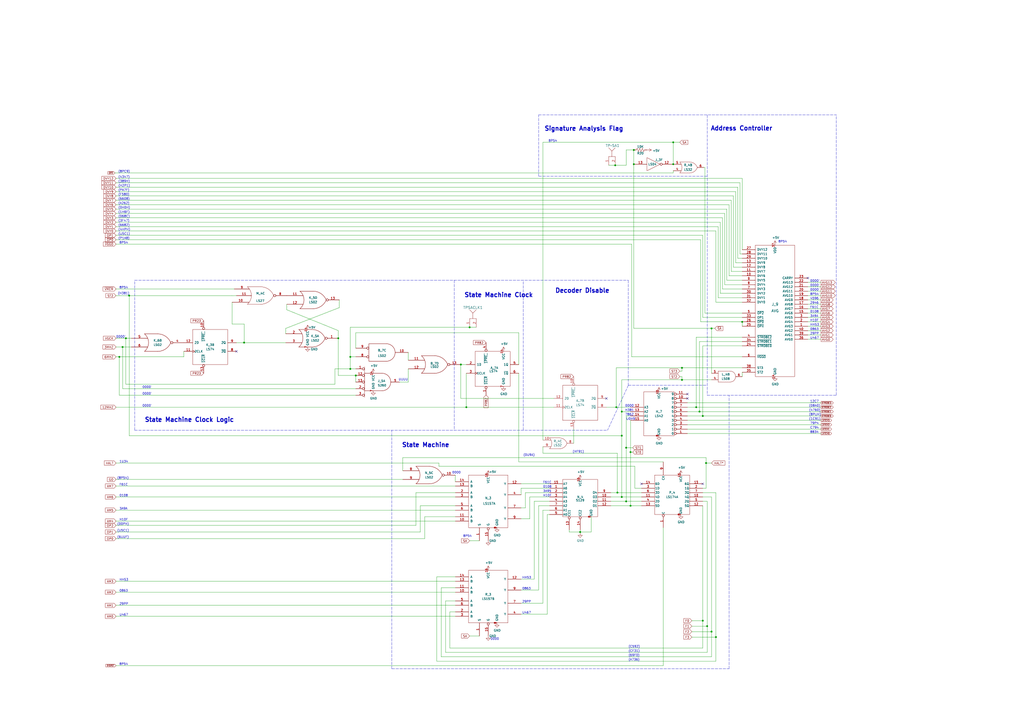
<source format=kicad_sch>
(kicad_sch (version 20211123) (generator eeschema)
  (paper "A2")
  (junction (at 270.51 236.22))
  (junction (at 360.68 252.73))
  (junction (at 367.665 95.25))
  (junction (at 363.22 290.83))
  (junction (at 360.68 238.76))
  (junction (at 415.29 369.57))
  (junction (at 409.575 268.605))
  (junction (at 69.215 207.01))
  (junction (at 360.68 288.29))
  (junction (at 336.55 308.61))
  (junction (at 395.605 220.345))
  (junction (at 407.67 241.3))
  (junction (at 412.75 366.395))
  (junction (at 357.505 236.22))
  (junction (at 403.86 236.22))
  (junction (at 356.87 95.885))
  (junction (at 412.75 190.5))
  (junction (at 141.605 198.755))
  (junction (at 390.525 82.55))
  (junction (at 196.215 196.215))
  (junction (at 365.76 293.37))
  (junction (at 365.76 262.255))
  (junction (at 206.375 217.805))
  (junction (at 74.93 171.4754))
  (junction (at 407.67 360.045))
  (junction (at 405.765 238.76))
  (junction (at 363.22 259.715))
  (junction (at 395.605 213.36))
  (junction (at 203.2 213.995))
  (junction (at 358.14 285.75))
  (junction (at 390.525 95.25))
  (junction (at 367.665 86.995))
  (junction (at 203.2 207.01))
  (junction (at 410.21 363.22))
  (junction (at 73.025 196.215))
  (junction (at 267.335 211.455))
  (junction (at 430.53 186.69))
  (junction (at 71.12 201.295))
  (junction (at 272.415 189.865))
  (no_connect (at 398.78 231.14))
  (no_connect (at 407.67 280.67))
  (no_connect (at 351.79 231.14))
  (no_connect (at 137.16 203.835))
  (no_connect (at 398.78 228.6))
  (no_connect (at 468.63 161.29))
  (no_connect (at 372.11 280.67))
  (wire (pts (xy 318.77 298.45) (xy 317.5 298.45)))
  (polyline (pts (xy 227.33 387.985) (xy 227.33 249.555)))
  (wire (pts (xy 412.75 366.395) (xy 412.75 381)))
  (wire (pts (xy 403.86 236.22) (xy 403.86 195.58)))
  (wire (pts (xy 407.67 375.92) (xy 260.985 375.92)))
  (wire (pts (xy 414.655 190.5) (xy 412.75 190.5)))
  (wire (pts (xy 74.93 171.4754) (xy 74.93 252.73)))
  (wire (pts (xy 363.22 86.995) (xy 367.665 86.995)))
  (wire (pts (xy 468.63 196.85) (xy 476.25 196.85)))
  (polyline (pts (xy 312.42 66.675) (xy 485.14 66.675)))
  (wire (pts (xy 363.22 241.3) (xy 363.22 259.715)))
  (wire (pts (xy 412.75 268.605) (xy 409.575 268.605)))
  (wire (pts (xy 426.72 111.125) (xy 426.72 152.4)))
  (wire (pts (xy 67.31 126.365) (xy 419.1 126.365)))
  (wire (pts (xy 410.21 378.46) (xy 258.445 378.46)))
  (wire (pts (xy 307.34 300.99) (xy 302.26 300.99)))
  (wire (pts (xy 358.14 285.75) (xy 354.33 285.75)))
  (polyline (pts (xy 312.42 102.235) (xy 312.42 66.675)))
  (wire (pts (xy 405.765 238.76) (xy 476.25 238.76)))
  (wire (pts (xy 314.96 295.91) (xy 314.96 349.885)))
  (wire (pts (xy 196.215 191.77) (xy 166.37 179.705)))
  (wire (pts (xy 236.855 204.47) (xy 236.855 208.915)))
  (wire (pts (xy 196.85 173.99) (xy 196.85 178.435)))
  (wire (pts (xy 67.31 123.825) (xy 420.37 123.825)))
  (wire (pts (xy 67.31 108.585) (xy 427.99 108.585)))
  (wire (pts (xy 312.42 293.37) (xy 312.42 342.265)))
  (wire (pts (xy 419.1 167.64) (xy 430.53 167.64)))
  (wire (pts (xy 354.33 288.29) (xy 360.68 288.29)))
  (wire (pts (xy 430.53 200.66) (xy 407.67 200.66)))
  (wire (pts (xy 401.32 363.22) (xy 410.21 363.22)))
  (wire (pts (xy 236.855 213.995) (xy 236.855 221.615)))
  (wire (pts (xy 196.215 191.77) (xy 196.215 196.215)))
  (wire (pts (xy 314.96 82.55) (xy 314.96 255.27)))
  (wire (pts (xy 358.14 262.89) (xy 358.14 285.75)))
  (wire (pts (xy 304.8 285.75) (xy 304.8 294.64)))
  (wire (pts (xy 317.5 298.45) (xy 317.5 356.235)))
  (wire (pts (xy 407.67 288.29) (xy 412.75 288.29)))
  (wire (pts (xy 398.78 236.22) (xy 403.86 236.22)))
  (wire (pts (xy 412.75 381) (xy 255.905 381)))
  (wire (pts (xy 476.25 179.07) (xy 468.63 179.07)))
  (wire (pts (xy 255.905 381) (xy 255.905 340.995)))
  (wire (pts (xy 468.63 166.37) (xy 476.25 166.37)))
  (wire (pts (xy 365.76 243.84) (xy 365.76 262.255)))
  (wire (pts (xy 360.68 252.73) (xy 360.68 288.29)))
  (wire (pts (xy 76.2 201.295) (xy 71.12 201.295)))
  (wire (pts (xy 363.22 290.83) (xy 354.33 290.83)))
  (wire (pts (xy 407.67 283.21) (xy 409.575 283.21)))
  (wire (pts (xy 67.31 121.285) (xy 421.64 121.285)))
  (wire (pts (xy 372.11 290.83) (xy 363.22 290.83)))
  (wire (pts (xy 314.96 349.885) (xy 302.26 349.885)))
  (wire (pts (xy 67.31 103.505) (xy 430.53 103.505)))
  (wire (pts (xy 196.215 217.805) (xy 206.375 217.805)))
  (wire (pts (xy 141.605 198.755) (xy 165.735 198.755)))
  (wire (pts (xy 206.375 207.01) (xy 203.2 207.01)))
  (wire (pts (xy 468.63 171.45) (xy 476.25 171.45)))
  (wire (pts (xy 416.56 131.445) (xy 416.56 172.72)))
  (wire (pts (xy 401.32 369.57) (xy 415.29 369.57)))
  (wire (pts (xy 300.99 211.455) (xy 300.99 193.04)))
  (wire (pts (xy 354.33 293.37) (xy 365.76 293.37)))
  (wire (pts (xy 246.38 299.72) (xy 264.16 299.72)))
  (wire (pts (xy 403.86 236.22) (xy 476.25 236.22)))
  (wire (pts (xy 372.11 283.21) (xy 368.3 283.21)))
  (wire (pts (xy 415.29 383.54) (xy 253.365 383.54)))
  (wire (pts (xy 309.88 290.83) (xy 309.88 335.915)))
  (wire (pts (xy 67.31 116.205) (xy 424.18 116.205)))
  (wire (pts (xy 365.76 293.37) (xy 372.11 293.37)))
  (wire (pts (xy 407.67 200.66) (xy 407.67 241.3)))
  (wire (pts (xy 394.335 82.55) (xy 390.525 82.55)))
  (wire (pts (xy 426.72 152.4) (xy 430.53 152.4)))
  (wire (pts (xy 67.31 386.08) (xy 384.81 386.08)))
  (wire (pts (xy 390.525 82.55) (xy 314.96 82.55)))
  (wire (pts (xy 476.25 163.83) (xy 468.63 163.83)))
  (wire (pts (xy 429.26 147.32) (xy 430.53 147.32)))
  (wire (pts (xy 330.2 308.61) (xy 330.2 307.34)))
  (wire (pts (xy 420.37 123.825) (xy 420.37 165.1)))
  (wire (pts (xy 357.505 213.36) (xy 357.505 236.22)))
  (wire (pts (xy 69.215 229.235) (xy 206.375 229.235)))
  (wire (pts (xy 67.31 136.525) (xy 407.67 136.525)))
  (wire (pts (xy 137.16 198.755) (xy 141.605 198.755)))
  (wire (pts (xy 412.75 190.5) (xy 412.75 216.535)))
  (wire (pts (xy 264.16 343.535) (xy 67.31 343.535)))
  (wire (pts (xy 384.81 267.97) (xy 300.99 267.97)))
  (wire (pts (xy 427.99 108.585) (xy 427.99 149.86)))
  (wire (pts (xy 194.31 222.885) (xy 194.31 213.995)))
  (wire (pts (xy 67.31 133.985) (xy 415.29 133.985)))
  (wire (pts (xy 246.38 312.42) (xy 246.38 299.72)))
  (wire (pts (xy 307.34 288.29) (xy 307.34 300.99)))
  (wire (pts (xy 425.45 113.665) (xy 425.45 154.94)))
  (wire (pts (xy 407.67 184.15) (xy 430.53 184.15)))
  (wire (pts (xy 317.5 356.235) (xy 302.26 356.235)))
  (wire (pts (xy 165.735 190.5) (xy 165.735 193.675)))
  (wire (pts (xy 407.67 241.3) (xy 476.25 241.3)))
  (wire (pts (xy 67.31 236.22) (xy 270.51 236.22)))
  (wire (pts (xy 408.305 97.155) (xy 408.94 97.155)))
  (wire (pts (xy 264.16 295.91) (xy 67.31 295.91)))
  (wire (pts (xy 409.575 283.21) (xy 409.575 268.605)))
  (wire (pts (xy 203.2 207.01) (xy 203.2 189.865)))
  (wire (pts (xy 398.78 233.68) (xy 476.25 233.68)))
  (wire (pts (xy 407.67 360.045) (xy 407.67 375.92)))
  (wire (pts (xy 365.76 241.3) (xy 363.22 241.3)))
  (wire (pts (xy 368.3 283.21) (xy 368.3 270.51)))
  (wire (pts (xy 264.16 351.155) (xy 67.31 351.155)))
  (wire (pts (xy 415.29 285.75) (xy 415.29 369.57)))
  (wire (pts (xy 134.5438 171.4754) (xy 137.16 171.45)))
  (wire (pts (xy 416.56 172.72) (xy 430.53 172.72)))
  (wire (pts (xy 73.025 222.885) (xy 194.31 222.885)))
  (wire (pts (xy 74.93 171.4754) (xy 134.5438 171.4754)))
  (wire (pts (xy 312.42 342.265) (xy 302.26 342.265)))
  (wire (pts (xy 135.89 167.64) (xy 67.31 167.64)))
  (wire (pts (xy 398.78 248.92) (xy 476.25 248.92)))
  (polyline (pts (xy 303.53 249.555) (xy 303.53 162.56)))
  (wire (pts (xy 67.31 111.125) (xy 426.72 111.125)))
  (wire (pts (xy 398.78 246.38) (xy 476.25 246.38)))
  (wire (pts (xy 363.22 259.715) (xy 363.22 290.83)))
  (wire (pts (xy 278.13 313.69) (xy 272.415 313.69)))
  (wire (pts (xy 258.445 378.46) (xy 258.445 348.615)))
  (wire (pts (xy 430.53 213.36) (xy 395.605 213.36)))
  (wire (pts (xy 367.665 95.25) (xy 367.665 190.5)))
  (wire (pts (xy 403.86 195.58) (xy 430.53 195.58)))
  (wire (pts (xy 420.37 165.1) (xy 430.53 165.1)))
  (wire (pts (xy 267.335 211.455) (xy 270.51 211.455)))
  (wire (pts (xy 366.395 141.605) (xy 366.395 207.01)))
  (wire (pts (xy 384.81 386.08) (xy 384.81 306.07)))
  (wire (pts (xy 278.13 368.935) (xy 272.415 368.935)))
  (wire (pts (xy 267.335 211.455) (xy 267.335 231.14)))
  (wire (pts (xy 264.16 337.185) (xy 67.31 337.185)))
  (wire (pts (xy 264.16 302.26) (xy 67.31 302.26)))
  (wire (pts (xy 417.83 128.905) (xy 417.83 170.18)))
  (polyline (pts (xy 410.21 229.235) (xy 485.14 229.235)))
  (wire (pts (xy 69.215 207.01) (xy 106.68 207.01)))
  (wire (pts (xy 73.025 196.215) (xy 76.2 196.215)))
  (wire (pts (xy 304.8 294.64) (xy 302.26 294.64)))
  (wire (pts (xy 243.84 293.37) (xy 264.16 293.37)))
  (wire (pts (xy 264.16 281.94) (xy 67.31 281.94)))
  (wire (pts (xy 406.4 139.065) (xy 67.31 139.065)))
  (wire (pts (xy 71.12 225.425) (xy 71.12 201.295)))
  (wire (pts (xy 194.31 213.995) (xy 203.2 213.995)))
  (wire (pts (xy 353.06 95.885) (xy 356.87 95.885)))
  (wire (pts (xy 407.67 285.75) (xy 415.29 285.75)))
  (polyline (pts (xy 364.49 162.56) (xy 364.49 223.52)))
  (wire (pts (xy 203.2 207.01) (xy 203.2 213.995)))
  (polyline (pts (xy 78.105 249.555) (xy 78.105 162.56)))
  (wire (pts (xy 409.575 268.605) (xy 409.575 265.43)))
  (wire (pts (xy 421.64 162.56) (xy 430.53 162.56)))
  (wire (pts (xy 412.75 220.345) (xy 395.605 220.345)))
  (wire (pts (xy 203.2 189.865) (xy 272.415 189.865)))
  (wire (pts (xy 424.18 157.48) (xy 430.53 157.48)))
  (polyline (pts (xy 364.49 223.52) (xy 410.21 223.52)))
  (wire (pts (xy 241.3 304.8) (xy 67.31 304.8)))
  (wire (pts (xy 254.635 270.51) (xy 254.635 268.605)))
  (wire (pts (xy 360.68 238.76) (xy 365.76 238.76)))
  (wire (pts (xy 407.67 136.525) (xy 407.67 184.15)))
  (wire (pts (xy 468.63 181.61) (xy 476.25 181.61)))
  (wire (pts (xy 357.505 236.22) (xy 365.76 236.22)))
  (wire (pts (xy 422.91 118.745) (xy 422.91 160.02)))
  (wire (pts (xy 264.16 357.505) (xy 67.31 357.505)))
  (wire (pts (xy 368.3 270.51) (xy 254.635 270.51)))
  (wire (pts (xy 67.31 207.01) (xy 69.215 207.01)))
  (polyline (pts (xy 263.525 162.56) (xy 263.525 249.555)))
  (wire (pts (xy 422.91 160.02) (xy 430.53 160.02)))
  (wire (pts (xy 429.26 106.045) (xy 429.26 147.32)))
  (wire (pts (xy 360.68 238.76) (xy 360.68 252.73)))
  (wire (pts (xy 430.53 186.69) (xy 406.4 186.69)))
  (wire (pts (xy 476.25 168.91) (xy 468.63 168.91)))
  (wire (pts (xy 302.26 280.67) (xy 318.77 280.67)))
  (wire (pts (xy 66.675 100.33) (xy 390.525 100.33)))
  (wire (pts (xy 318.77 288.29) (xy 307.34 288.29)))
  (wire (pts (xy 336.55 308.61) (xy 336.55 307.34)))
  (wire (pts (xy 476.25 184.15) (xy 468.63 184.15)))
  (wire (pts (xy 427.99 149.86) (xy 430.53 149.86)))
  (wire (pts (xy 67.2338 171.4754) (xy 74.93 171.4754)))
  (wire (pts (xy 367.665 86.995) (xy 367.665 95.25)))
  (wire (pts (xy 233.68 265.43) (xy 233.68 273.05)))
  (wire (pts (xy 254.635 268.605) (xy 67.31 268.605)))
  (wire (pts (xy 166.37 179.705) (xy 166.37 176.53)))
  (wire (pts (xy 351.79 236.22) (xy 357.505 236.22)))
  (wire (pts (xy 367.03 259.715) (xy 363.22 259.715)))
  (wire (pts (xy 342.9 308.61) (xy 336.55 308.61)))
  (wire (pts (xy 366.395 207.01) (xy 430.53 207.01)))
  (wire (pts (xy 69.215 229.235) (xy 69.215 207.01)))
  (wire (pts (xy 468.63 176.53) (xy 476.25 176.53)))
  (wire (pts (xy 365.76 262.255) (xy 365.76 293.37)))
  (wire (pts (xy 196.215 196.215) (xy 196.215 217.805)))
  (wire (pts (xy 398.78 251.46) (xy 476.25 251.46)))
  (wire (pts (xy 424.18 116.205) (xy 424.18 157.48)))
  (wire (pts (xy 67.31 196.215) (xy 73.025 196.215)))
  (wire (pts (xy 430.53 198.12) (xy 405.765 198.12)))
  (wire (pts (xy 395.605 215.265) (xy 395.605 213.36)))
  (wire (pts (xy 398.78 241.3) (xy 407.67 241.3)))
  (wire (pts (xy 241.3 285.75) (xy 264.16 285.75)))
  (wire (pts (xy 318.77 285.75) (xy 304.8 285.75)))
  (wire (pts (xy 67.31 128.905) (xy 417.83 128.905)))
  (wire (pts (xy 367.665 190.5) (xy 412.75 190.5)))
  (wire (pts (xy 342.9 299.72) (xy 342.9 308.61)))
  (wire (pts (xy 407.67 293.37) (xy 407.67 360.045)))
  (wire (pts (xy 394.335 218.44) (xy 395.605 218.44)))
  (wire (pts (xy 67.31 131.445) (xy 416.56 131.445)))
  (wire (pts (xy 410.21 363.22) (xy 410.21 378.46)))
  (wire (pts (xy 255.905 340.995) (xy 264.16 340.995)))
  (polyline (pts (xy 78.105 249.555) (xy 352.425 249.555)))
  (polyline (pts (xy 485.14 229.235) (xy 485.14 66.675)))
  (wire (pts (xy 134.62 175.26) (xy 134.6155 187.9583)))
  (wire (pts (xy 401.32 366.395) (xy 412.75 366.395)))
  (wire (pts (xy 233.68 278.13) (xy 67.31 278.13)))
  (wire (pts (xy 67.31 118.745) (xy 422.91 118.745)))
  (polyline (pts (xy 410.21 66.675) (xy 410.21 229.235)))
  (wire (pts (xy 332.74 257.175) (xy 332.74 248.92)))
  (wire (pts (xy 236.855 221.615) (xy 231.775 221.615)))
  (polyline (pts (xy 410.21 102.235) (xy 312.42 102.235)))
  (wire (pts (xy 468.63 186.69) (xy 476.25 186.69)))
  (wire (pts (xy 314.96 259.08) (xy 314.96 262.89)))
  (wire (pts (xy 272.415 189.865) (xy 276.225 189.865)))
  (wire (pts (xy 363.22 95.885) (xy 363.22 86.995)))
  (wire (pts (xy 365.76 262.255) (xy 367.03 262.255)))
  (wire (pts (xy 390.525 82.55) (xy 390.525 95.25)))
  (wire (pts (xy 260.985 375.92) (xy 260.985 354.965)))
  (wire (pts (xy 410.21 290.83) (xy 410.21 363.22)))
  (wire (pts (xy 270.51 236.22) (xy 321.31 236.22)))
  (polyline (pts (xy 227.33 387.985) (xy 422.91 387.985)))
  (wire (pts (xy 430.53 215.9) (xy 430.53 218.44)))
  (wire (pts (xy 395.605 213.36) (xy 357.505 213.36)))
  (polyline (pts (xy 364.49 223.52) (xy 352.425 249.555)))
  (wire (pts (xy 206.375 221.615) (xy 206.375 217.805)))
  (wire (pts (xy 106.68 207.01) (xy 106.68 203.835)))
  (wire (pts (xy 67.31 106.045) (xy 429.26 106.045)))
  (wire (pts (xy 430.53 103.505) (xy 430.53 144.78)))
  (wire (pts (xy 398.78 243.84) (xy 476.25 243.84)))
  (wire (pts (xy 71.12 225.425) (xy 206.375 225.425)))
  (wire (pts (xy 141.605 187.96) (xy 141.605 198.755)))
  (wire (pts (xy 336.55 309.245) (xy 336.55 308.61)))
  (wire (pts (xy 318.77 283.21) (xy 302.26 283.21)))
  (wire (pts (xy 270.51 236.22) (xy 270.51 216.535)))
  (wire (pts (xy 425.45 154.94) (xy 430.53 154.94)))
  (polyline (pts (xy 78.105 162.56) (xy 364.49 162.56)))
  (polyline (pts (xy 422.91 387.985) (xy 422.91 229.235)))
  (wire (pts (xy 415.29 369.57) (xy 415.29 383.54)))
  (wire (pts (xy 260.985 354.965) (xy 264.16 354.965)))
  (wire (pts (xy 476.25 194.31) (xy 468.63 194.31)))
  (wire (pts (xy 421.64 121.285) (xy 421.64 162.56)))
  (wire (pts (xy 253.365 383.54) (xy 253.365 334.645)))
  (wire (pts (xy 415.29 133.985) (xy 415.29 175.26)))
  (wire (pts (xy 408.94 97.155) (xy 408.94 181.61)))
  (wire (pts (xy 407.67 290.83) (xy 410.21 290.83)))
  (wire (pts (xy 258.445 348.615) (xy 264.16 348.615)))
  (wire (pts (xy 73.025 196.215) (xy 73.025 222.885)))
  (wire (pts (xy 398.78 238.76) (xy 405.765 238.76)))
  (wire (pts (xy 415.29 175.26) (xy 430.53 175.26)))
  (wire (pts (xy 318.77 293.37) (xy 312.42 293.37)))
  (wire (pts (xy 314.96 262.89) (xy 358.14 262.89)))
  (wire (pts (xy 406.4 186.69) (xy 406.4 139.065)))
  (wire (pts (xy 206.375 193.04) (xy 206.375 201.93)))
  (wire (pts (xy 417.83 170.18) (xy 430.53 170.18)))
  (wire (pts (xy 203.2 213.995) (xy 206.375 213.995)))
  (wire (pts (xy 243.84 308.61) (xy 243.84 293.37)))
  (wire (pts (xy 360.68 252.73) (xy 74.93 252.73)))
  (wire (pts (xy 395.605 218.44) (xy 395.605 220.345)))
  (wire (pts (xy 196.85 178.435) (xy 165.735 190.5)))
  (wire (pts (xy 476.25 189.23) (xy 468.63 189.23)))
  (wire (pts (xy 300.99 193.04) (xy 206.375 193.04)))
  (wire (pts (xy 264.16 288.29) (xy 67.31 288.29)))
  (wire (pts (xy 71.12 201.295) (xy 67.31 201.295)))
  (wire (pts (xy 360.68 220.345) (xy 360.68 238.76)))
  (wire (pts (xy 390.525 100.33) (xy 390.525 99.06)))
  (wire (pts (xy 408.94 181.61) (xy 430.53 181.61)))
  (wire (pts (xy 336.55 308.61) (xy 330.2 308.61)))
  (wire (pts (xy 134.6155 187.9583) (xy 141.605 187.96)))
  (wire (pts (xy 67.31 141.605) (xy 366.395 141.605)))
  (wire (pts (xy 412.75 288.29) (xy 412.75 366.395)))
  (wire (pts (xy 401.32 360.045) (xy 407.67 360.045)))
  (wire (pts (xy 253.365 334.645) (xy 264.16 334.645)))
  (wire (pts (xy 430.53 186.69) (xy 430.53 189.23)))
  (wire (pts (xy 409.575 265.43) (xy 233.68 265.43)))
  (wire (pts (xy 318.77 295.91) (xy 314.96 295.91)))
  (wire (pts (xy 67.31 312.42) (xy 246.38 312.42)))
  (wire (pts (xy 241.3 285.75) (xy 241.3 304.8)))
  (wire (pts (xy 264.16 275.59) (xy 264.16 279.4)))
  (wire (pts (xy 356.87 95.885) (xy 363.22 95.885)))
  (wire (pts (xy 267.335 231.14) (xy 321.31 231.14)))
  (wire (pts (xy 309.88 335.915) (xy 302.26 335.915)))
  (wire (pts (xy 67.31 113.665) (xy 425.45 113.665)))
  (wire (pts (xy 476.25 173.99) (xy 468.63 173.99)))
  (wire (pts (xy 67.31 308.61) (xy 243.84 308.61)))
  (wire (pts (xy 468.63 191.77) (xy 476.25 191.77)))
  (wire (pts (xy 360.68 288.29) (xy 372.11 288.29)))
  (wire (pts (xy 394.335 215.265) (xy 395.605 215.265)))
  (wire (pts (xy 405.765 198.12) (xy 405.765 238.76)))
  (wire (pts (xy 302.26 283.21) (xy 302.26 287.02)))
  (wire (pts (xy 300.99 267.97) (xy 300.99 216.535)))
  (wire (pts (xy 419.1 126.365) (xy 419.1 167.64)))
  (wire (pts (xy 318.77 290.83) (xy 309.88 290.83)))
  (wire (pts (xy 372.11 285.75) (xy 358.14 285.75)))
  (wire (pts (xy 395.605 220.345) (xy 360.68 220.345)))
  (text "(08A0)" (at 469.265 236.22 0) (effects (font (size 1.27 1.27)) (justify left bottom)))
  (text "3A95" (at 314.96 285.75 0) (effects (font (size 1.27 1.27)) (justify left bottom)))
  (text "U467" (at 302.895 356.235 0) (effects (font (size 1.27 1.27)) (justify left bottom)))
  (text "0000'" (at 82.55 229.235 0) (effects (font (size 1.27 1.27)) (justify left bottom)))
  (text "HH53" (at 69.215 337.185 0) (effects (font (size 1.27 1.27)) (justify left bottom)))
  (text "0108" (at 69.215 288.29 0) (effects (font (size 1.27 1.27)) (justify left bottom)))
  (text "(0H0H)" (at 68.58 121.285 0) (effects (font (size 1.27 1.27)) (justify left bottom)))
  (text "F61C" (at 69.215 281.94 0) (effects (font (size 1.27 1.27)) (justify left bottom)))
  (text "7862" (at 362.585 241.3 0) (effects (font (size 1.27 1.27)) (justify left bottom)))
  (text "(A262)" (at 68.58 118.745 0) (effects (font (size 1.27 1.27)) (justify left bottom)))
  (text "79P4" (at 469.9 246.38 0) (effects (font (size 1.27 1.27)) (justify left bottom)))
  (text "U467" (at 69.215 357.505 0) (effects (font (size 1.27 1.27)) (justify left bottom)))
  (text "H381" (at 362.585 238.76 0) (effects (font (size 1.27 1.27)) (justify left bottom)))
  (text "(F580)" (at 68.58 113.665 0) (effects (font (size 1.27 1.27)) (justify left bottom)))
  (text "29PP" (at 69.215 351.155 0) (effects (font (size 1.27 1.27)) (justify left bottom)))
  (text "8P54'" (at 469.9 171.45 0) (effects (font (size 1.27 1.27)) (justify left bottom)))
  (text "F61C" (at 314.96 280.67 0) (effects (font (size 1.27 1.27)) (justify left bottom)))
  (text "(8PUH)" (at 469.265 241.3 0) (effects (font (size 1.27 1.27)) (justify left bottom)))
  (text "F61C" (at 469.9 179.07 0) (effects (font (size 1.27 1.27)) (justify left bottom)))
  (text "(389H)" (at 68.58 106.045 0) (effects (font (size 1.27 1.27)) (justify left bottom)))
  (text "8P54" (at 69.215 141.605 0) (effects (font (size 1.27 1.27)) (justify left bottom)))
  (text "(PA7F)" (at 68.58 111.125 0) (effects (font (size 1.27 1.27)) (justify left bottom)))
  (text "Signature Analysis Flag" (at 315.722 76.2 0) (effects (font (size 2.54 2.54) (thickness 0.508) bold) (justify left bottom)))
  (text "(H381)" (at 68.326 171.0436 0) (effects (font (size 1.27 1.27)) (justify left bottom)))
  (text "(H2P1)" (at 68.58 108.585 0) (effects (font (size 1.27 1.27)) (justify left bottom)))
  (text "State Machine Clock Logic" (at 83.82 245.11 0) (effects (font (size 2.54 2.54) (thickness 0.508) bold) (justify left bottom)))
  (text "U0H9" (at 363.22 243.84 0) (effects (font (size 1.27 1.27)) (justify left bottom)))
  (text "Decoder Disable" (at 321.945 170.18 0) (effects (font (size 2.54 2.54) (thickness 0.508) bold) (justify left bottom)))
  (text "HH53" (at 302.895 335.915 0) (effects (font (size 1.27 1.27)) (justify left bottom)))
  (text "H10F" (at 469.9 186.69 0) (effects (font (size 1.27 1.27)) (justify left bottom)))
  (text "(8P54)" (at 67.945 278.13 0) (effects (font (size 1.27 1.27)) (justify left bottom)))
  (text "29PP" (at 302.895 349.885 0) (effects (font (size 1.27 1.27)) (justify left bottom)))
  (text "(068C)" (at 68.58 126.365 0) (effects (font (size 1.27 1.27)) (justify left bottom)))
  (text "0000" (at 284.48 371.475 0) (effects (font (size 1.27 1.27)) (justify left bottom)))
  (text "C794" (at 469.9 248.92 0) (effects (font (size 1.27 1.27)) (justify left bottom)))
  (text "(8PC9)" (at 68.58 100.33 0) (effects (font (size 1.27 1.27)) (justify left bottom)))
  (text "0000'" (at 67.31 196.215 0) (effects (font (size 1.27 1.27)) (justify left bottom)))
  (text "0000'" (at 469.9 166.37 0) (effects (font (size 1.27 1.27)) (justify left bottom)))
  (text "0863" (at 69.215 343.535 0) (effects (font (size 1.27 1.27)) (justify left bottom)))
  (text "0000'" (at 82.55 225.425 0) (effects (font (size 1.27 1.27)) (justify left bottom)))
  (text "1U34" (at 69.215 268.605 0) (effects (font (size 1.27 1.27)) (justify left bottom)))
  (text "Address Controller" (at 412.115 76.073 0) (effects (font (size 2.54 2.54) (thickness 0.508) bold) (justify left bottom)))
  (text "8P54" (at 69.215 167.64 0) (effects (font (size 1.27 1.27)) (justify left bottom)))
  (text "State Machine Clock\n" (at 269.24 172.72 0) (effects (font (size 2.54 2.54) (thickness 0.508) bold) (justify left bottom)))
  (text "3A9A" (at 469.9 184.15 0) (effects (font (size 1.27 1.27)) (justify left bottom)))
  (text "(6682)" (at 68.58 131.445 0) (effects (font (size 1.27 1.27)) (justify left bottom)))
  (text "(1C91)" (at 469.265 243.84 0) (effects (font (size 1.27 1.27)) (justify left bottom)))
  (text "U467" (at 469.9 196.85 0) (effects (font (size 1.27 1.27)) (justify left bottom)))
  (text "4596" (at 469.9 173.99 0) (effects (font (size 1.27 1.27)) (justify left bottom)))
  (text "HH53" (at 469.9 189.23 0) (effects (font (size 1.27 1.27)) (justify left bottom)))
  (text "(U5C1)" (at 68.58 136.525 0) (effects (font (size 1.27 1.27)) (justify left bottom)))
  (text "(HF91)" (at 332.105 262.89 0) (effects (font (size 1.27 1.27)) (justify left bottom)))
  (text "(6608)" (at 68.58 116.205 0) (effects (font (size 1.27 1.27)) (justify left bottom)))
  (text "H10F" (at 69.215 302.26 0) (effects (font (size 1.27 1.27)) (justify left bottom)))
  (text "(A736)" (at 364.49 383.54 0) (effects (font (size 1.27 1.27)) (justify left bottom)))
  (text "0000'" (at 82.55 236.22 0) (effects (font (size 1.27 1.27)) (justify left bottom)))
  (text "0108" (at 314.96 283.21 0) (effects (font (size 1.27 1.27)) (justify left bottom)))
  (text "(CF31)" (at 364.49 378.46 0) (effects (font (size 1.27 1.27)) (justify left bottom)))
  (text "29PP" (at 469.9 194.31 0) (effects (font (size 1.27 1.27)) (justify left bottom)))
  (text "(1H6F)" (at 68.58 123.825 0) (effects (font (size 1.27 1.27)) (justify left bottom)))
  (text "(U5C1)" (at 67.945 308.61 0) (effects (font (size 1.27 1.27)) (justify left bottom)))
  (text "0000'" (at 469.9 163.83 0) (effects (font (size 1.27 1.27)) (justify left bottom)))
  (text "State Machine" (at 233.045 259.715 0) (effects (font (size 2.54 2.54) (thickness 0.508) bold) (justify left bottom)))
  (text "(00PH)" (at 67.945 304.8 0) (effects (font (size 1.27 1.27)) (justify left bottom)))
  (text "0863" (at 302.895 342.265 0) (effects (font (size 1.27 1.27)) (justify left bottom)))
  (text "H10F" (at 314.96 288.29 0) (effects (font (size 1.27 1.27)) (justify left bottom)))
  (text "2946" (at 469.9 176.53 0) (effects (font (size 1.27 1.27)) (justify left bottom)))
  (text "8834" (at 469.9 251.46 0) (effects (font (size 1.27 1.27)) (justify left bottom)))
  (text "(4760)" (at 469.265 238.76 0) (effects (font (size 1.27 1.27)) (justify left bottom)))
  (text "UUUU" (at 231.14 220.98 0) (effects (font (size 1.27 1.27)) (justify left bottom)))
  (text "(69F0)" (at 364.49 381 0) (effects (font (size 1.27 1.27)) (justify left bottom)))
  (text "(3F47)" (at 68.58 128.905 0) (effects (font (size 1.27 1.27)) (justify left bottom)))
  (text "(4HPH)" (at 68.58 133.985 0) (effects (font (size 1.27 1.27)) (justify left bottom)))
  (text "3A9A" (at 69.215 295.91 0) (effects (font (size 1.27 1.27)) (justify left bottom)))
  (text "(C592)" (at 364.49 375.92 0) (effects (font (size 1.27 1.27)) (justify left bottom)))
  (text "0000'" (at 362.585 236.22 0) (effects (font (size 1.27 1.27)) (justify left bottom)))
  (text "8P54" (at 69.215 386.08 0) (effects (font (size 1.27 1.27)) (justify left bottom)))
  (text "(0U9A)" (at 303.53 264.795 0) (effects (font (size 1.27 1.27)) (justify left bottom)))
  (text "0000'" (at 469.9 168.91 0) (effects (font (size 1.27 1.27)) (justify left bottom)))
  (text "8P54" (at 451.485 140.97 0) (effects (font (size 1.27 1.27)) (justify left bottom)))
  (text "0863" (at 469.9 191.77 0) (effects (font (size 1.27 1.27)) (justify left bottom)))
  (text "0000" (at 262.255 274.955 0) (effects (font (size 1.27 1.27)) (justify left bottom)))
  (text "8P54" (at 318.135 82.55 0) (effects (font (size 1.27 1.27)) (justify left bottom)))
  (text "12C7" (at 469.9 233.68 0) (effects (font (size 1.27 1.27)) (justify left bottom)))
  (text "(6UUF)" (at 67.945 312.42 0) (effects (font (size 1.27 1.27)) (justify left bottom)))
  (text "(P1A8)" (at 68.58 139.065 0) (effects (font (size 1.27 1.27)) (justify left bottom)))
  (text "8P54" (at 268.605 311.785 0) (effects (font (size 1.27 1.27)) (justify left bottom)))
  (text "(4347)" (at 68.58 103.505 0) (effects (font (size 1.27 1.27)) (justify left bottom)))
  (text "0108" (at 469.9 181.61 0) (effects (font (size 1.27 1.27)) (justify left bottom)))
  (global_label "DVY4" (shape input) (at 67.31 123.825 180) (property "Intersheet References" "${INTERSHEET_REFS}" (effects hide)))
  (global_label "~{SA}" (shape input) (at 414.655 190.5 0) (property "Intersheet References" "${INTERSHEET_REFS}" (effects hide)))
  (global_label "AM2" (shape input) (at 67.31 343.535 180) (property "Intersheet References" "${INTERSHEET_REFS}" (effects hide)))
  (global_label "OP1" (shape input) (at 67.31 308.61 180) (property "Intersheet References" "${INTERSHEET_REFS}" (effects hide)))
  (global_label "~{LATCH0}" (shape output) (at 476.25 251.46 0) (effects (font (size 0.8382 0.8382))) (property "Intersheet References" "${INTERSHEET_REFS}" (effects hide)))
  (global_label "AVG4" (shape output) (at 476.25 186.69 0) (property "Intersheet References" "${INTERSHEET_REFS}" (effects hide)))
  (global_label "PR82" (shape input) (at 332.74 218.44 180) (property "Intersheet References" "${INTERSHEET_REFS}" (effects hide)))
  (global_label "~{STROBE0}" (shape output) (at 476.25 241.3 0) (effects (font (size 0.8382 0.8382))) (property "Intersheet References" "${INTERSHEET_REFS}" (effects hide)))
  (global_label "DVY5" (shape input) (at 67.31 121.285 180) (property "Intersheet References" "${INTERSHEET_REFS}" (effects hide)))
  (global_label "6MHZ" (shape input) (at 67.31 207.01 180) (property "Intersheet References" "${INTERSHEET_REFS}" (effects hide)))
  (global_label "AVG7" (shape output) (at 476.25 179.07 0) (property "Intersheet References" "${INTERSHEET_REFS}" (effects hide)))
  (global_label "AM3" (shape input) (at 67.31 337.185 180) (property "Intersheet References" "${INTERSHEET_REFS}" (effects hide)))
  (global_label "DVY8" (shape input) (at 67.31 113.665 180) (property "Intersheet References" "${INTERSHEET_REFS}" (effects hide)))
  (global_label "HALT" (shape input) (at 67.31 268.605 180) (property "Intersheet References" "${INTERSHEET_REFS}" (effects hide)))
  (global_label "ST2" (shape input) (at 67.2338 171.4754 180) (property "Intersheet References" "${INTERSHEET_REFS}" (effects hide)))
  (global_label "SA" (shape input) (at 272.415 368.935 180) (property "Intersheet References" "${INTERSHEET_REFS}" (effects hide)))
  (global_label "ST3" (shape input) (at 394.335 215.265 180) (property "Intersheet References" "${INTERSHEET_REFS}" (effects hide)))
  (global_label "DVY2" (shape input) (at 67.31 128.905 180) (property "Intersheet References" "${INTERSHEET_REFS}" (effects hide)))
  (global_label "ST0" (shape input) (at 367.03 262.255 0) (property "Intersheet References" "${INTERSHEET_REFS}" (effects hide)))
  (global_label "~{LATCH3}" (shape output) (at 476.25 243.84 0) (effects (font (size 0.8382 0.8382))) (property "Intersheet References" "${INTERSHEET_REFS}" (effects hide)))
  (global_label "AVG3" (shape output) (at 476.25 189.23 0) (property "Intersheet References" "${INTERSHEET_REFS}" (effects hide)))
  (global_label "DVY3" (shape input) (at 67.31 126.365 180) (property "Intersheet References" "${INTERSHEET_REFS}" (effects hide)))
  (global_label "AVG1" (shape output) (at 476.25 194.31 0) (property "Intersheet References" "${INTERSHEET_REFS}" (effects hide)))
  (global_label "F3" (shape input) (at 401.32 369.57 180) (property "Intersheet References" "${INTERSHEET_REFS}" (effects hide)))
  (global_label "AM0" (shape input) (at 67.31 357.505 180) (property "Intersheet References" "${INTERSHEET_REFS}" (effects hide)))
  (global_label "DVY11" (shape input) (at 67.31 106.045 180) (property "Intersheet References" "${INTERSHEET_REFS}" (effects hide)))
  (global_label "ST2" (shape input) (at 394.335 218.44 180) (property "Intersheet References" "${INTERSHEET_REFS}" (effects hide)))
  (global_label "AVG6" (shape output) (at 476.25 181.61 0) (property "Intersheet References" "${INTERSHEET_REFS}" (effects hide)))
  (global_label "F2" (shape input) (at 401.32 366.395 180) (property "Intersheet References" "${INTERSHEET_REFS}" (effects hide)))
  (global_label "SA" (shape input) (at 272.415 313.69 180) (property "Intersheet References" "${INTERSHEET_REFS}" (effects hide)))
  (global_label "~{DISRST}" (shape input) (at 67.31 386.08 180) (effects (font (size 0.8382 0.8382))) (property "Intersheet References" "${INTERSHEET_REFS}" (effects hide)))
  (global_label "AM1" (shape input) (at 67.31 351.155 180) (property "Intersheet References" "${INTERSHEET_REFS}" (effects hide)))
  (global_label "PR82" (shape input) (at 281.94 198.755 180) (property "Intersheet References" "${INTERSHEET_REFS}" (effects hide)))
  (global_label "~{LATCH1}" (shape output) (at 476.25 248.92 0) (effects (font (size 0.8382 0.8382))) (property "Intersheet References" "${INTERSHEET_REFS}" (effects hide)))
  (global_label "~{STROBE2}" (shape output) (at 476.25 236.22 0) (effects (font (size 0.8382 0.8382))) (property "Intersheet References" "${INTERSHEET_REFS}" (effects hide)))
  (global_label "OP0" (shape input) (at 67.31 312.42 180) (property "Intersheet References" "${INTERSHEET_REFS}" (effects hide)))
  (global_label "DVY1" (shape input) (at 67.31 131.445 180) (property "Intersheet References" "${INTERSHEET_REFS}" (effects hide)))
  (global_label "~{OP2}" (shape input) (at 66.675 100.33 180) (effects (font (size 0.8382 0.8382))) (property "Intersheet References" "${INTERSHEET_REFS}" (effects hide)))
  (global_label "~{LATCH2}" (shape output) (at 476.25 246.38 0) (effects (font (size 0.8382 0.8382))) (property "Intersheet References" "${INTERSHEET_REFS}" (effects hide)))
  (global_label "PR82" (shape input) (at 281.94 229.235 270) (property "Intersheet References" "${INTERSHEET_REFS}" (effects hide)))
  (global_label "DVY0" (shape input) (at 67.31 133.985 180) (property "Intersheet References" "${INTERSHEET_REFS}" (effects hide)))
  (global_label "AVG10" (shape output) (at 476.25 171.45 0) (property "Intersheet References" "${INTERSHEET_REFS}" (effects hide)))
  (global_label "~{OP0}" (shape input) (at 67.31 139.065 180) (property "Intersheet References" "${INTERSHEET_REFS}" (effects hide)))
  (global_label "AM5" (shape input) (at 67.31 295.91 180) (property "Intersheet References" "${INTERSHEET_REFS}" (effects hide)))
  (global_label "AVG13" (shape output) (at 476.25 163.83 0) (property "Intersheet References" "${INTERSHEET_REFS}" (effects hide)))
  (global_label "ST1" (shape input) (at 367.03 259.715 0) (property "Intersheet References" "${INTERSHEET_REFS}" (effects hide)))
  (global_label "AVG8" (shape output) (at 476.25 176.53 0) (property "Intersheet References" "${INTERSHEET_REFS}" (effects hide)))
  (global_label "~{VMEM}" (shape input) (at 67.31 167.64 180) (property "Intersheet References" "${INTERSHEET_REFS}" (effects hide)))
  (global_label "PR23" (shape input) (at 118.11 216.535 180) (property "Intersheet References" "${INTERSHEET_REFS}" (effects hide)))
  (global_label "DVY7" (shape input) (at 67.31 116.205 180) (property "Intersheet References" "${INTERSHEET_REFS}" (effects hide)))
  (global_label "~{STROBE3}" (shape output) (at 476.25 233.68 0) (effects (font (size 0.8382 0.8382))) (property "Intersheet References" "${INTERSHEET_REFS}" (effects hide)))
  (global_label "HALT*" (shape input) (at 412.75 268.605 0) (property "Intersheet References" "${INTERSHEET_REFS}" (effects hide)))
  (global_label "~{STROBE1}" (shape output) (at 476.25 238.76 0) (effects (font (size 0.8382 0.8382))) (property "Intersheet References" "${INTERSHEET_REFS}" (effects hide)))
  (global_label "VGCK" (shape input) (at 67.31 196.215 180) (property "Intersheet References" "${INTERSHEET_REFS}" (effects hide)))
  (global_label "AVG0" (shape output) (at 476.25 196.85 0) (property "Intersheet References" "${INTERSHEET_REFS}" (effects hide)))
  (global_label "DVY12" (shape input) (at 67.31 103.505 180) (property "Intersheet References" "${INTERSHEET_REFS}" (effects hide)))
  (global_label "AVG2" (shape output) (at 476.25 191.77 0) (property "Intersheet References" "${INTERSHEET_REFS}" (effects hide)))
  (global_label "F1" (shape input) (at 401.32 363.22 180) (property "Intersheet References" "${INTERSHEET_REFS}" (effects hide)))
  (global_label "AM6" (shape input) (at 67.31 288.29 180) (property "Intersheet References" "${INTERSHEET_REFS}" (effects hide)))
  (global_label "OP1" (shape input) (at 67.31 136.525 180) (property "Intersheet References" "${INTERSHEET_REFS}" (effects hide)))
  (global_label "AVG9" (shape output) (at 476.25 173.99 0) (property "Intersheet References" "${INTERSHEET_REFS}" (effects hide)))
  (global_label "AVG5" (shape output) (at 476.25 184.15 0) (property "Intersheet References" "${INTERSHEET_REFS}" (effects hide)))
  (global_label "AM7" (shape input) (at 67.31 281.94 180) (property "Intersheet References" "${INTERSHEET_REFS}" (effects hide)))
  (global_label "12MHZ" (shape input) (at 67.31 236.22 180) (property "Intersheet References" "${INTERSHEET_REFS}" (effects hide)))
  (global_label "AVG12" (shape output) (at 476.25 166.37 0) (property "Intersheet References" "${INTERSHEET_REFS}" (effects hide)))
  (global_label "AM4" (shape input) (at 67.31 302.26 180) (property "Intersheet References" "${INTERSHEET_REFS}" (effects hide)))
  (global_label "3MHZ" (shape input) (at 67.31 201.295 180) (property "Intersheet References" "${INTERSHEET_REFS}" (effects hide)))
  (global_label "~{VGGO}" (shape input) (at 67.31 141.605 180) (property "Intersheet References" "${INTERSHEET_REFS}" (effects hide)))
  (global_label "AVG11" (shape output) (at 476.25 168.91 0) (property "Intersheet References" "${INTERSHEET_REFS}" (effects hide)))
  (global_label "DVY6" (shape input) (at 67.31 118.745 180) (property "Intersheet References" "${INTERSHEET_REFS}" (effects hide)))
  (global_label "DVY9" (shape input) (at 67.31 111.125 180) (property "Intersheet References" "${INTERSHEET_REFS}" (effects hide)))
  (global_label "F0" (shape input) (at 401.32 360.045 180) (property "Intersheet References" "${INTERSHEET_REFS}" (effects hide)))
  (global_label "PR23" (shape input) (at 118.11 186.055 180) (property "Intersheet References" "${INTERSHEET_REFS}" (effects hide)))
  (global_label "OP2" (shape input) (at 67.31 304.8 180) (property "Intersheet References" "${INTERSHEET_REFS}" (effects hide)))
  (global_label "GO" (shape input) (at 67.31 278.13 180) (property "Intersheet References" "${INTERSHEET_REFS}" (effects hide)))
  (global_label "DVY10" (shape input) (at 67.31 108.585 180) (property "Intersheet References" "${INTERSHEET_REFS}" (effects hide)))
  (global_label "SA" (shape input) (at 394.335 82.55 0) (property "Intersheet References" "${INTERSHEET_REFS}" (effects hide)))
  (symbol (lib_id "Device:R_US") (at 371.475 86.995 270) (unit 1)
    (property "Reference" "R20" (at 371.475 88.9 90))
    (property "Value" "10K" (at 371.475 85.09 90))
    (property "Footprint" "Star_Wars_Vector_PCB:GenericComp" (effects hide))
  )
  (symbol (lib_id "atari_grav_bw:TP") (at 354.965 90.805 0) (unit 1)
    (property "Reference" "TP~SA1" (at 351.155 84.455 0) (effects (font (size 1.524 1.524)) (justify left)))
    (property "Value" "TP" (effects hide))
    (property "Footprint" "quantum_arcade_pcb:TP" (effects hide))
  )
  (symbol (lib_id "power:+5V") (at 375.285 86.995 270) (unit 1)
    (property "Reference" "#PWR0189" (effects hide))
    (property "Value" "+5V" (at 378.5362 87.376 90) (effects (justify left)))
  )
  (symbol (lib_id "atari_grav_bw:TP") (at 274.32 184.785 0) (unit 1)
    (property "Reference" "TPSACLK1" (at 268.605 178.435 0) (effects (font (size 1.524 1.524)) (justify left)))
    (property "Value" "TP" (effects hide))
    (property "Footprint" "quantum_arcade_pcb:TP" (effects hide))
  )
  (symbol (lib_id "atari_grav_bw:LS04") (at 379.095 95.25 0) (unit 6)
    (property "Reference" "J_3" (at 382.27 92.71 0))
    (property "Value" "LS04" (at 378.46 95.25 0))
    (property "Footprint" "Star_Wars_Vector_PCB:DIP14" (effects hide))
  )
  (symbol (lib_id "atari_grav_bw:AVG") (at 449.58 177.8 0) (unit 1)
    (property "Reference" "J_9" (at 449.58 176.53 0) (effects (font (size 1.524 1.524))))
    (property "Value" "AVG" (at 449.58 180.34 0) (effects (font (size 1.524 1.524))))
    (property "Footprint" "Star_Wars_Vector_PCB:DDIP40" (effects hide))
  )
  (symbol (lib_id "power:+5V") (at 449.58 142.24 0) (unit 1)
    (property "Reference" "#PWR0192" (effects hide))
    (property "Value" "+5V" (at 449.961 137.8458 0))
  )
  (symbol (lib_id "power:GND") (at 449.58 218.44 0) (unit 1)
    (property "Reference" "#PWR0191" (effects hide))
    (property "Value" "GND" (at 449.707 222.8342 0))
  )
  (symbol (lib_id "atari_grav_bw:LS08") (at 421.005 218.44 0) (mirror x) (unit 2)
    (property "Reference" "L_4" (at 421.005 217.17 0))
    (property "Value" "LS08" (at 421.005 219.71 0))
    (property "Footprint" "Star_Wars_Vector_PCB:DIP14" (effects hide))
  )
  (symbol (lib_id "atari_grav_bw:LS27") (at 151.13 171.45 0) (unit 3)
    (property "Reference" "M_4" (at 151.13 170.18 0))
    (property "Value" "LS27" (at 151.003 174.498 0))
    (property "Footprint" "Star_Wars_Vector_PCB:DIP14" (effects hide))
  )
  (symbol (lib_id "atari_grav_bw:LS02") (at 91.44 198.755 0) (unit 2)
    (property "Reference" "K_6" (at 91.44 197.485 0))
    (property "Value" "LS02" (at 91.44 200.025 0))
    (property "Footprint" "Star_Wars_Vector_PCB:DIP14" (effects hide))
  )
  (symbol (lib_id "atari_grav_bw:LS02") (at 181.61 173.99 0) (unit 4)
    (property "Reference" "K_5" (at 181.61 172.72 0))
    (property "Value" "LS02" (at 181.61 175.26 0))
    (property "Footprint" "Star_Wars_Vector_PCB:DIP14" (effects hide))
  )
  (symbol (lib_id "atari_grav_bw:LS02") (at 180.975 196.215 0) (unit 1)
    (property "Reference" "K_5" (at 180.34 194.945 0) (effects (justify left)))
    (property "Value" "LS02" (at 180.34 197.485 0) (effects (justify left)))
    (property "Footprint" "Star_Wars_Vector_PCB:DIP14" (effects hide))
  )
  (symbol (lib_id "power:+5V") (at 178.435 191.135 0) (unit 1)
    (property "Reference" "#PWR0174" (effects hide))
    (property "Value" "+5V" (at 180.975 189.865 0))
  )
  (symbol (lib_id "power:GND") (at 178.435 201.295 0) (unit 1)
    (property "Reference" "#PWR0175" (effects hide))
    (property "Value" "GND" (at 182.245 202.565 0))
  )
  (symbol (lib_id "atari_grav_bw:LS74") (at 121.92 201.295 0) (unit 2)
    (property "Reference" "K_3" (at 121.92 200.025 0))
    (property "Value" "LS74" (at 121.92 202.565 0))
    (property "Footprint" "Star_Wars_Vector_PCB:DIP14" (effects hide))
  )
  (symbol (lib_id "atari_grav_bw:S260") (at 219.075 221.615 0) (unit 1) (convert 2)
    (property "Reference" "J_5" (at 219.075 220.98 0) (effects (justify left)))
    (property "Value" "S260" (at 219.075 223.52 0) (effects (justify left)))
    (property "Footprint" "Star_Wars_Vector_PCB:DIP14" (effects hide))
  )
  (symbol (lib_id "power:GND") (at 216.535 226.695 0) (unit 1)
    (property "Reference" "#PWR0180" (effects hide))
    (property "Value" "GND" (at 216.662 231.0892 0))
  )
  (symbol (lib_id "power:+5V") (at 216.535 216.535 0) (unit 1)
    (property "Reference" "#PWR0181" (effects hide))
    (property "Value" "+5V" (at 216.916 212.1408 0))
  )
  (symbol (lib_id "atari_grav_bw:LS02") (at 221.615 204.47 0) (mirror x) (unit 3) (convert 2)
    (property "Reference" "B_7" (at 221.615 203.2 0))
    (property "Value" "LS02" (at 221.615 206.375 0))
    (property "Footprint" "Star_Wars_Vector_PCB:DIP14" (effects hide))
  )
  (symbol (lib_id "atari_grav_bw:LS02") (at 252.095 211.455 0) (unit 4)
    (property "Reference" "B_7" (at 252.095 210.82 0))
    (property "Value" "LS02" (at 252.095 212.725 0))
    (property "Footprint" "Star_Wars_Vector_PCB:DIP14" (effects hide))
  )
  (symbol (lib_id "atari_grav_bw:LS74") (at 285.75 213.995 0) (unit 1)
    (property "Reference" "A_7" (at 284.48 213.36 0) (effects (justify left)))
    (property "Value" "LS74" (at 283.845 215.265 0) (effects (justify left)))
    (property "Footprint" "Star_Wars_Vector_PCB:DIP14" (effects hide))
  )
  (symbol (lib_id "atari_grav_bw:LS74") (at 336.55 233.68 0) (unit 2)
    (property "Reference" "A_7" (at 336.55 232.41 0))
    (property "Value" "LS74" (at 336.55 234.95 0))
    (property "Footprint" "Star_Wars_Vector_PCB:DIP14" (effects hide))
  )
  (symbol (lib_id "atari_grav_bw:LS42") (at 382.27 240.03 0) (unit 1)
    (property "Reference" "H_7" (at 382.27 238.76 0))
    (property "Value" "LS42" (at 382.27 241.3 0))
    (property "Footprint" "Star_Wars_Vector_PCB:DIP16" (effects hide))
  )
  (symbol (lib_id "power:+5V") (at 382.27 227.33 0) (unit 1)
    (property "Reference" "#PWR0190" (effects hide))
    (property "Value" "+5V" (at 385.445 225.425 0))
  )
  (symbol (lib_id "power:GND") (at 382.27 252.73 0) (unit 1)
    (property "Reference" "#PWR0187" (effects hide))
    (property "Value" "GND" (at 382.397 257.1242 0))
  )
  (symbol (lib_id "atari_grav_bw:LS02") (at 248.92 275.59 0) (unit 3)
    (property "Reference" "N_5" (at 248.92 274.32 0))
    (property "Value" "LS02" (at 248.92 276.86 0))
    (property "Footprint" "Star_Wars_Vector_PCB:DIP14" (effects hide))
  )
  (symbol (lib_id "atari_grav_bw:LS157A") (at 283.21 290.83 0) (unit 1)
    (property "Reference" "N_3" (at 283.21 288.925 0))
    (property "Value" "LS157A" (at 283.845 292.1 0))
    (property "Footprint" "Star_Wars_Vector_PCB:DIP16" (effects hide))
  )
  (symbol (lib_id "power:GND") (at 283.21 313.69 0) (unit 1)
    (property "Reference" "#PWR0176" (effects hide))
    (property "Value" "GND" (at 285.75 313.69 0))
  )
  (symbol (lib_id "power:GND") (at 288.29 306.07 0) (unit 1)
    (property "Reference" "#PWR0177" (effects hide))
    (property "Value" "GND" (at 288.417 310.4642 0))
  )
  (symbol (lib_id "power:+5V") (at 283.21 275.59 0) (unit 1)
    (property "Reference" "#PWR0185" (effects hide))
    (property "Value" "+5V" (at 285.75 273.685 0))
  )
  (symbol (lib_id "atari_grav_bw:LS157B") (at 283.21 346.075 0) (unit 1)
    (property "Reference" "R_3" (at 283.21 344.805 0))
    (property "Value" "LS157B" (at 283.21 347.345 0))
    (property "Footprint" "Star_Wars_Vector_PCB:DIP16" (effects hide))
  )
  (symbol (lib_id "power:+5V") (at 283.21 330.835 0) (unit 1)
    (property "Reference" "#PWR0182" (effects hide))
    (property "Value" "+5V" (at 283.591 326.4408 0))
  )
  (symbol (lib_id "power:GND") (at 288.29 361.315 0) (unit 1)
    (property "Reference" "#PWR0183" (effects hide))
    (property "Value" "GND" (at 288.417 365.7092 0))
  )
  (symbol (lib_id "power:GND") (at 283.21 368.935 0) (unit 1)
    (property "Reference" "#PWR0184" (effects hide))
    (property "Value" "GND" (at 285.75 368.935 0))
  )
  (symbol (lib_id "atari_grav_bw:S129") (at 336.55 289.56 0) (unit 1)
    (property "Reference" "N_4" (at 336.55 288.29 0))
    (property "Value" "S129" (at 336.55 290.195 0))
    (property "Footprint" "Star_Wars_Vector_PCB:DIP16" (effects hide))
  )
  (symbol (lib_id "power:GND") (at 336.55 309.245 0) (unit 1)
    (property "Reference" "#PWR0178" (effects hide))
    (property "Value" "GND" (at 336.677 313.6392 0))
  )
  (symbol (lib_id "power:+5V") (at 336.55 278.13 0) (unit 1)
    (property "Reference" "#PWR0179" (effects hide))
    (property "Value" "+5V" (at 336.931 273.7358 0))
  )
  (symbol (lib_id "atari_grav_bw:LS174A") (at 389.89 287.02 0) (unit 1)
    (property "Reference" "P_4" (at 389.89 285.75 0))
    (property "Value" "LS174A" (at 389.89 288.29 0))
    (property "Footprint" "Star_Wars_Vector_PCB:DIP16" (effects hide))
  )
  (symbol (lib_id "power:+5V") (at 394.97 275.59 0) (unit 1)
    (property "Reference" "#PWR0186" (effects hide))
    (property "Value" "+5V" (at 395.351 271.1958 0))
  )
  (symbol (lib_id "power:GND") (at 394.97 298.45 0) (unit 1)
    (property "Reference" "#PWR0188" (effects hide))
    (property "Value" "GND" (at 395.097 302.8442 0))
  )
  (symbol (lib_id "Star_Wars_Vector_PCB:LS32") (at 323.85 257.175 0) (mirror x) (unit 3)
    (property "Reference" "R_4" (at 323.596 255.905 0))
    (property "Value" "LS32" (at 323.469 258.191 0))
    (property "Footprint" "Star_Wars_Vector_PCB:DIP14" (effects hide))
  )
  (symbol (lib_id "Star_Wars_Vector_PCB:LS32") (at 399.415 97.155 0) (mirror x) (unit 2)
    (property "Reference" "R_4" (at 399.161 95.758 0))
    (property "Value" "LS32" (at 399.161 98.425 0))
    (property "Footprint" "Star_Wars_Vector_PCB:DIP14" (effects hide))
  )
  (symbol (lib_id "power:GND") (at 292.1 224.155 0) (unit 1)
    (property "Reference" "#PWR0279" (effects hide))
    (property "Value" "GND" (at 292.227 228.5492 0))
  )
  (symbol (lib_id "power:+5V") (at 292.1 203.835 0) (unit 1)
    (property "Reference" "#PWR0280" (effects hide))
    (property "Value" "+5V" (at 292.481 199.4408 0))
  )
)
</source>
